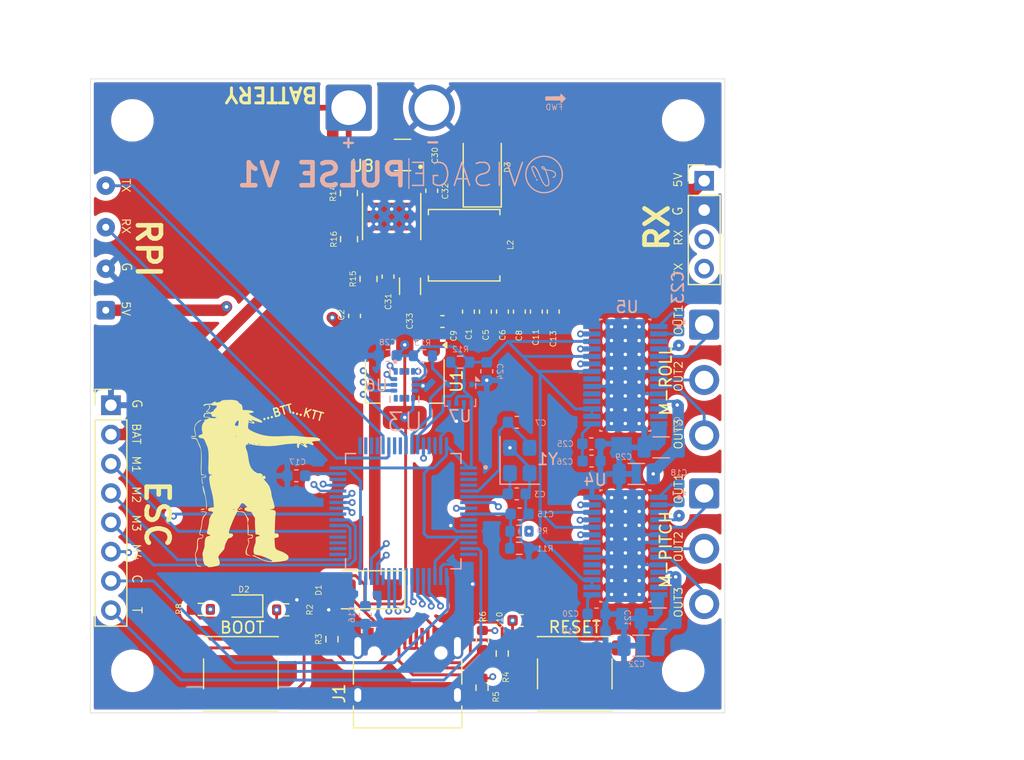
<source format=kicad_pcb>
(kicad_pcb (version 20241229) (generator "pcbnew") (generator_version "9.0")
  (layers (0 "F.Cu" signal) (4 "In1.Cu" signal) (6 "In2.Cu" signal) (2 "B.Cu" signal) (13 "F.Paste" user) (15 "B.Paste" user) (5 "F.SilkS" user "F.Silkscreen") (7 "B.SilkS" user "B.Silkscreen") (1 "F.Mask" user) (3 "B.Mask" user) (25 "Edge.Cuts" user))
  (net 0 "")
  (net 1 "VDD")
  (net 2 "GND")
  (net 3 "/+5V")
  (net 4 "/PH-1")
  (net 5 "/PH-0")
  (net 6 "/RESET")
  (net 7 "Net-(C10-Pad1)")
  (net 8 "/2V_FUNNEL")
  (net 9 "/VCAP-1")
  (net 10 "/VCAP-2")
  (net 11 "Net-(U4-CPH)")
  (net 12 "Net-(U4-CPL)")
  (net 13 "Net-(U4-V3P3)")
  (net 14 "VM")
  (net 15 "Net-(U5-CPH)")
  (net 16 "Net-(U5-CPL)")
  (net 17 "Net-(U5-V3P3)")
  (net 18 "Net-(U8-SS)")
  (net 19 "Net-(U8-SW)")
  (net 20 "Net-(U8-BOOT)")
  (net 21 "Net-(D1-A)")
  (net 22 "Net-(D2-A)")
  (net 23 "Net-(J1-D--PadA7)")
  (net 24 "Net-(J1-D+-PadA6)")
  (net 25 "Net-(J1-CC1)")
  (net 26 "Net-(J1-CC2)")
  (net 27 "/UART3-TX")
  (net 28 "/UART3-RX")
  (net 29 "Net-(J4-Pin_2)")
  (net 30 "Net-(J4-Pin_1)")
  (net 31 "Net-(J4-Pin_3)")
  (net 32 "/TIM8-CH4")
  (net 33 "/TIM8-CH2")
  (net 34 "/UART4-RX")
  (net 35 "/TIM8-CH1")
  (net 36 "/TIM8-CH3")
  (net 37 "/ADC-CURRENT")
  (net 38 "Net-(J6-Pin_1)")
  (net 39 "Net-(J6-Pin_2)")
  (net 40 "Net-(J6-Pin_3)")
  (net 41 "/UART5-TX")
  (net 42 "/UART5-RX")
  (net 43 "/BOOT")
  (net 44 "/USB_D-")
  (net 45 "/USB_D+")
  (net 46 "/LED")
  (net 47 "/I2C1-SDA")
  (net 48 "/I2C1-SCL")
  (net 49 "Net-(U8-RT{slash}SYNC)")
  (net 50 "Net-(U8-FB)")
  (net 56 "/TIM1-CH1")
  (net 57 "/GYRO-INT")
  (net 58 "/GYRO-CS")
  (net 66 "/SPI1-MOSI")
  (net 69 "/TIM3-CH4")
  (net 74 "/SPI1-MISO")
  (net 75 "/TIM3-CH2")
  (net 76 "/TIM1-CH2")
  (net 79 "/SPI1-SCK")
  (net 81 "/TIM1-CH3")
  (net 82 "/TIM3-CH3")
  (footprint "Capacitor_SMD:C_0603_1608Metric" (layer "F.Cu") (at 103.51 87.44 -90)
    (property "Reference" "C2")
    (property "Value" "10uF")
  )
  (footprint "MountingHole:MountingHole_3.2mm_M3" (layer "F.Cu") (at 84.25 118.23)
    (property "Reference" "H3" (hide yes))
    (property "Value" "MountingHole")
  )
  (footprint "Connector_Wire:SolderWire-2.5sqmm_1x02_P7.2mm_D2.4mm_OD3.6mm" (layer "F.Cu") (at 103 69.38)
    (property "Reference" "J2" (hide yes))
    (property "Value" "BATTERY")
  )
  (footprint "Capacitor_SMD:C_0603_1608Metric" (layer "F.Cu") (at 110.2 76.585 -90)
    (property "Reference" "C32")
    (property "Value" "0.1uF")
  )
  (footprint "MountingHole:MountingHole_3.2mm_M3" (layer "F.Cu") (at 84.25 70.48)
    (property "Reference" "H1" (hide yes))
    (property "Value" "MountingHole")
  )
  (footprint "LMR14030SDDAR:SOIC127P600X170-9N" (layer "F.Cu") (at 106.725 78.825 -90)
    (property "Reference" "U8")
    (property "Value" "LMR14030SDDAR")
  )
  (footprint "MountingHole:MountingHole_3.2mm_M3" (layer "F.Cu") (at 132 70.48)
    (property "Reference" "H2" (hide yes))
    (property "Value" "MountingHole")
  )
  (footprint "Resistor_SMD:R_0603_1608Metric" (layer "F.Cu") (at 116.31 116.73 90)
    (property "Reference" "R4")
    (property "Value" "5.1kR")
  )
  (footprint "Capacitor_SMD:C_0603_1608Metric" (layer "F.Cu") (at 119.27 87.07 -90)
    (property "Reference" "C11")
    (property "Value" "100nF")
  )
  (footprint "Capacitor_SMD:C_0603_1608Metric" (layer "F.Cu") (at 117.8 87.07 -90)
    (property "Reference" "C8")
    (property "Value" "100nF")
  )
  (footprint "Resistor_SMD:R_0805_2012Metric" (layer "F.Cu") (at 103.02 76.79 90)
    (property "Reference" "R14")
    (property "Value" "49.9kR")
  )
  (footprint "Capacitor_SMD:C_0603_1608Metric" (layer "F.Cu") (at 117.98 113.86 180)
    (property "Reference" "C10")
    (property "Value" "100nF")
  )
  (footprint "Button_Switch_SMD:SW_SPST_PTS645Sx43SMTR92" (layer "F.Cu") (at 122.6 118.49)
    (property "Reference" "RESET")
    (property "Value" "RESET")
  )
  (footprint "Package_TO_SOT_SMD:SOT-223-3_TabPin2" (layer "F.Cu") (at 107.8625 93.1 -90)
    (property "Reference" "U1")
    (property "Value" "AMS1117-3.3")
  )
  (footprint "Resistor_SMD:R_0603_1608Metric" (layer "F.Cu") (at 90.185 112.9)
    (property "Reference" "R8")
    (property "Value" "1kR")
  )
  (footprint "Capacitor_SMD:C_0603_1608Metric" (layer "F.Cu") (at 113.38 87.07 -90)
    (property "Reference" "C1")
    (property "Value" "100nF")
  )
  (footprint "Resistor_SMD:R_0603_1608Metric" (layer "F.Cu") (at 101.55 115.485 90)
    (property "Reference" "R3")
    (property "Value" "5.1kR")
  )
  (footprint "Connector_PinHeader_2.54mm:PinHeader_1x08_P2.54mm_Vertical" (layer "F.Cu") (at 82.39 95.19)
    (property "Reference" "J5" (hide yes))
    (property "Value" "J_ESC")
  )
  (footprint "Connector_Wire:SolderWire-0.75sqmm_1x03_P4.8mm_D1.25mm_OD2.3mm" (layer "F.Cu") (at 133.82 88.2 -90)
    (property "Reference" "M-ROLL")
    (property "Value" "J_GIMBAL_ROLL")
  )
  (footprint "Connector_PinHeader_2.54mm:PinHeader_1x04_P2.54mm_Vertical" (layer "F.Cu") (at 133.82 75.72)
    (property "Reference" "J3" (hide yes))
    (property "Value" "J_RX")
  )
  (footprint "Resistor_SMD:R_0805_2012Metric" (layer "F.Cu") (at 104.72 84.23 -90)
    (property "Reference" "R15")
    (property "Value" "56kR")
  )
  (footprint "Button_Switch_SMD:SW_SPST_PTS645Sx43SMTR92" (layer "F.Cu") (at 93.65 118.49 180)
    (property "Reference" "BOOT")
    (property "Value" "BOOT")
  )
  (footprint "Resistor_SMD:R_0603_1608Metric" (layer "F.Cu") (at 114.56 119.695 90)
    (property "Reference" "R5")
    (property "Value" "22R")
  )
  (footprint "Diode_SMD:D_SMA" (layer "F.Cu") (at 114.58 74.48 90)
    (property "Reference" "D3")
    (property "Value" "SS34")
  )
  (footprint "Capacitor_SMD:C_1210_3225Metric" (layer "F.Cu") (at 107.67 73.48 180)
    (property "Reference" "C30")
    (property "Value" "4.7uF")
  )
  (footprint "Diode_SMD:D_SMA" (layer "F.Cu") (at 104.36 111.2 180)
    (property "Reference" "D1")
    (property "Value" "SS34")
  )
  (footprint "Capacitor_SMD:C_0603_1608Metric" (layer "F.Cu") (at 106.41 84.03 90)
    (property "Reference" "C31")
    (property "Value" "0.01uF")
  )
  (footprint "LOGO" (layer "F.Cu") (at 93.4 102.06)
    (property "Reference" "G***")
    (property "Value" "LOGO" (hide yes))
  )
  (footprint "Connector_Wire:SolderWire-0.75sqmm_1x03_P4.8mm_D1.25mm_OD2.3mm" (layer "F.Cu") (at 133.82 102.84 -90)
    (property "Reference" "M-PITCH")
    (property "Value" "J_GIMBAL_PITCH")
  )
  (footprint "Capacitor_SMD:C_0603_1608Metric" (layer "F.Cu") (at 116.33 87.07 -90)
    (property "Reference" "C6")
    (property "Value" "100nF")
  )
  (footprint "MountingHole:MountingHole_3.2mm_M3" (layer "F.Cu") (at 132 118.23)
    (property "Reference" "H4" (hide yes))
    (property "Value" "MountingHole")
  )
  (footprint "Capacitor_SMD:C_1206_3216Metric" (layer "F.Cu") (at 108.32 84.87 -90)
    (property "Reference" "C33")
    (property "Value" "22uF")
  )
  (footprint "Resistor_SMD:R_0603_1608Metric" (layer "F.Cu") (at 97.58 112.94)
    (property "Reference" "R2")
    (property "Value" "10kR")
  )
  (footprint "LED_SMD:LED_0805_2012Metric" (layer "F.Cu") (at 93.87 112.61 180)
    (property "Reference" "D2")
    (property "Value" "LED")
  )
  (footprint "Inductor_SMD:L_Bourns_SRN6045TA" (layer "F.Cu") (at 113.01 81.31)
    (property "Reference" "L2")
    (property "Value" "15uH")
  )
  (footprint "Capacitor_SMD:C_0603_1608Metric" (layer "F.Cu") (at 120.73 87.07 -90)
    (property "Reference" "C13")
    (property "Value" "4.7uF")
  )
  (footprint "Capacitor_SMD:C_0603_1608Metric" (layer "F.Cu") (at 111.13 87.93 180)
    (property "Reference" "C9")
    (property "Value" "10uF")
  )
  (footprint "Resistor_SMD:R_0603_1608Metric" (layer "F.Cu") (at 114.59 115.555 -90)
    (property "Reference" "R6")
    (property "Value" "22R")
  )
  (footprint "Connector_Wire:SolderWire-0.1sqmm_1x04_P3.6mm_D0.4mm_OD1mm" (layer "F.Cu") (at 81.94 86.95 90)
    (property "Reference" "J7" (hide yes))
    (property "Value" "J_RPI")
  )
  (footprint "Connector_USB:USB_C_Receptacle_HRO_TYPE-C-31-M-12" (layer "F.Cu") (at 108.11 119.28)
    (property "Reference" "J1")
    (property "Value" "USB_C_Receptacle_USB2.0_14P")
  )
  (footprint "Capacitor_SMD:C_0603_1608Metric" (layer "F.Cu") (at 114.85 87.075 -90)
    (property "Reference" "C5")
    (property "Value" "100nF")
  )
  (footprint "Resistor_SMD:R_0805_2012Metric" (layer "F.Cu") (at 103.03 80.78 90)
    (property "Reference" "R16")
    (property "Value" "10kR")
  )
  (footprint "Resistor_SMD:R_0603_1608Metric" (layer "B.Cu") (at 117.805 106.12 180)
    (property "Reference" "R9")
    (property "Value" "10kR")
  )
  (footprint "Resistor_SMD:R_0603_1608Metric" (layer "B.Cu") (at 112.67 91.45 180)
    (property "Reference" "R12")
    (property "Value" "4.7kR")
  )
  (footprint "Capacitor_SMD:C_0603_1608Metric" (layer "B.Cu") (at 106.39 90.88)
    (property "Reference" "C28")
    (property "Value" "100nF")
  )
  (footprint "Capacitor_SMD:C_0603_1608Metric" (layer "B.Cu") (at 124.03 98.535)
    (property "Reference" "C25")
    (property "Value" "10uF")
  )
  (footprint "Capacitor_SMD:C_0603_1608Metric" (layer "B.Cu") (at 114.97 92.25 90)
    (property "Reference" "C24")
    (property "Value" "100nF")
  )
  (footprint "ICM-42688-P:PQFN50P300X250X97-14N" (layer "B.Cu") (at 107.83 93.42 -90)
    (property "Reference" "U6")
    (property "Value" "ICM-42688-P")
  )
  (footprint "Capacitor_SMD:C_1206_3216Metric" (layer "B.Cu") (at 127.93 101.15)
    (property "Reference" "C29")
    (property "Value" "10uF")
  )
  (footprint "Capacitor_SMD:C_1206_3216Metric" (layer "B.Cu") (at 129.82 113.69)
    (property "Reference" "C21")
    (property "Value" "100nF")
  )
  (footprint "DRV8313PWP:SOP65P640X120-29N" (layer "B.Cu") (at 126.98 92.58 180)
    (property "Reference" "U5")
    (property "Value" "DRV8313PWP")
  )
  (footprint "Capacitor_SMD:C_0603_1608Metric" (layer "B.Cu") (at 98.46 101.31 180)
    (property "Reference" "C17")
    (property "Value" "2.2uF")
  )
  (footprint "Crystal:Crystal_SMD_3225-4Pin_3.2x2.5mm" (layer "B.Cu") (at 117.83 99.98 90)
    (property "Reference" "Y1")
    (property "Value" "8MHz")
  )
  (footprint "Capacitor_SMD:C_0603_1608Metric" (layer "B.Cu") (at 117.82 104.62 180)
    (property "Reference" "C15")
    (property "Value" "100nF")
  )
  (footprint "LOGO" (layer "B.Cu") (at 120.205834 75.34925 180)
    (property "Reference" "G***" (hide yes))
    (property "Value" "LOGO" (hide yes))
  )
  (footprint "Capacitor_SMD:C_0603_1608Metric" (layer "B.Cu") (at 104.45 113.395 -90)
    (property "Reference" "C16")
    (property "Value" "2.2uF")
  )
  (footprint "Capacitor_SMD:C_1206_3216Metric" (layer "B.Cu") (at 128.34 116.05)
    (property "Reference" "C22")
    (property "Value" "10uF")
  )
  (footprint "Capacitor_SMD:C_0603_1608Metric" (layer "B.Cu") (at 124.05 100.035 180)
    (property "Reference" "C26")
    (property "Value" "100nF")
  )
  (footprint "Capacitor_SMD:C_0603_1608Metric" (layer "B.Cu") (at 117.57 102.88)
    (property "Reference" "C3")
    (property "Value" "22pF")
  )
  (footprint "Resistor_SMD:R_0603_1608Metric" (layer "B.Cu") (at 109.435 90.9)
    (property "Reference" "R13")
    (property "Value" "4.7kR")
  )
  (footprint "Capacitor_SMD:C_0603_1608Metric" (layer "B.Cu") (at 131.64 102.82 -90)
    (property "Reference" "C18")
    (property "Value" "100nF")
  )
  (footprint "Capacitor_SMD:C_0603_1608Metric" (layer "B.Cu") (at 131.62 87.985 -90)
    (property "Reference" "C23")
    (property "Value" "100nF")
  )
  (footprint "Capacitor_SMD:C_0603_1608Metric" (layer "B.Cu") (at 117.58 96.67)
    (property "Reference" "C7")
    (property "Value" "22pF")
  )
  (footprint "DRV8313PWP:SOP65P640X120-29N" (layer "B.Cu") (at 126.99 107.405 180)
    (property "Reference" "U4")
    (property "Value" "DRV8313PWP")
  )
  (footprint "Capacitor_SMD:C_0603_1608Metric" (layer "B.Cu") (at 124.495 114.8 180)
    (property "Reference" "C20")
    (property "Value" "100nF")
  )
  (footprint "Capacitor_SMD:C_1206_3216Metric" (layer "B.Cu") (at 130.09 98.845)
    (property "Reference" "C27")
    (property "Value" "100nF")
  )
  (footprint "STM32F405RGT6:QFP50P1200X1200X160-64N" (layer "B.Cu") (at 107.73 104.38 180)
    (property "Reference" "U3")
    (property "Value" "STM32F405RGT6")
  )
  (footprint "Resistor_SMD:R_0603_1608Metric" (layer "B.Cu") (at 117.78 107.6)
    (property "Reference" "R11")
    (property "Value" "1kR")
  )
  (footprint "Package_LGA:Bosch_LGA-8_2x2.5mm_P0.65mm_ClockwisePinNumbering" (layer "B.Cu") (at 112.66 94.1925 180)
    (property "Reference" "U7")
    (property "Value" "BMP280")
  )
  (footprint "Capacitor_SMD:C_0603_1608Metric" (layer "B.Cu") (at 124.485 113.3)
    (property "Reference" "C19")
    (property "Value" "10uF")
  )
  (gr_line (start 108.22 74.81) (end 108.22 73.8) (stroke (width 0.1)) (layer "B.SilkS"))
  (gr_line (start 108.22 74.81) (end 108.22 76.39) (stroke (width 0.1)) (layer "B.SilkS"))
  (gr_poly (pts (xy 120.09 68.45) (xy 121.4 68.43) (xy 121.4 68.22) (xy 121.78 68.59) (xy 121.42 68.93) (xy 121.41 68.71) (xy 120.09 68.71) (xy 120.09 68.45)) (stroke (width 0.1)) (fill yes) (layer "B.SilkS"))
  (gr_rect (start 80.61 66.88) (end 135.61 121.88) (stroke (width 0.05)) (fill no) (layer "Edge.Cuts"))
  (gr_text "C" (at 84.18 109.79 270) (layer "F.SilkS") (effects (font (size 0.8 0.8) (thickness 0.1)) (justify left bottom)))
  (gr_text "...BTT" (at 95.484931 96.574484 15) (layer "F.SilkS") (effects (font (size 0.7 0.7) (thickness 0.125)) (justify left bottom)))
  (gr_text "5V" (at 83.28 86.12 270) (layer "F.SilkS") (effects (font (size 0.7 0.7) (thickness 0.0875)) (justify left bottom)))
  (gr_text "OUT1" (at 132 103.81 90) (layer "F.SilkS") (effects (font (size 0.7 0.7) (thickness 0.0875)) (justify left bottom)))
  (gr_text "BATTERY" (at 100.44 67.49 180) (layer "F.SilkS") (effects (font (size 1.3 1.3) (thickness 0.26) (bold yes)) (justify left bottom)))
  (gr_text "M4" (at 84.18 107.15 270) (layer "F.SilkS") (effects (font (size 0.7 0.7) (thickness 0.0875)) (justify left bottom)))
  (gr_text "G" (at 132 78.82 90) (layer "F.SilkS") (effects (font (size 0.8 0.8) (thickness 0.1)) (justify left bottom)))
  (gr_text "T" (at 84.18 112.6 270) (layer "F.SilkS") (effects (font (size 0.8 0.8) (thickness 0.1)) (justify left bottom)))
  (gr_text "M3" (at 84.18 104.62 270) (layer "F.SilkS") (effects (font (size 0.7 0.7) (thickness 0.0875)) (justify left bottom)))
  (gr_text "OUT1" (at 132 89.18 90) (layer "F.SilkS") (effects (font (size 0.7 0.7) (thickness 0.0875)) (justify left bottom)))
  (gr_text "   ...KTT" (at 96.38 95.49 345) (layer "F.SilkS") (effects (font (size 0.7 0.7) (thickness 0.125)) (justify left bottom)))
  (gr_text "ESC" (at 85.22 101.52 270) (layer "F.SilkS") (effects (font (size 2 2) (thickness 0.4) (bold yes)) (justify left bottom)))
  (gr_text "G" (at 83.28 82.72 270) (layer "F.SilkS") (effects (font (size 0.8 0.8) (thickness 0.1)) (justify left bottom)))
  (gr_text "5V" (at 131.96 76.34 90) (layer "F.SilkS") (effects (font (size 0.7 0.7) (thickness 0.0875)) (justify left bottom)))
  (gr_text "OUT2" (at 132 108.85 90) (layer "F.SilkS") (effects (font (size 0.7 0.7) (thickness 0.0875)) (justify left bottom)))
  (gr_text "TX" (at 132 84.09 90) (layer "F.SilkS") (effects (font (size 0.7 0.7) (thickness 0.0875)) (justify left bottom)))
  (gr_text "G" (at 84.18 94.59 270) (layer "F.SilkS") (effects (font (size 0.8 0.8) (thickness 0.1)) (justify left bottom)))
  (gr_text "RX" (at 132 81.4 90) (layer "F.SilkS") (effects (font (size 0.7 0.7) (thickness 0.0875)) (justify left bottom)))
  (gr_text "OUT3" (at 132 99.08 90) (layer "F.SilkS") (effects (font (size 0.7 0.7) (thickness 0.0875)) (justify left bottom)))
  (gr_text "RPI" (at 84.46 78.84 270) (layer "F.SilkS") (effects (font (size 2 2) (thickness 0.4) (bold yes)) (justify left bottom)))
  (gr_text "BAT" (at 84.18 96.7 270) (layer "F.SilkS") (effects (font (size 0.7 0.7) (thickness 0.0875)) (justify left bottom)))
  (gr_text "OUT2" (at 132 94.07 90) (layer "F.SilkS") (effects (font (size 0.7 0.7) (thickness 0.0875)) (justify left bottom)))
  (gr_text "TX" (at 83.28 75.47 270) (layer "F.SilkS") (effects (font (size 0.7 0.7) (thickness 0.0875)) (justify left bottom)))
  (gr_text "M2" (at 84.18 102.16 270) (layer "F.SilkS") (effects (font (size 0.7 0.7) (thickness 0.0875)) (justify left bottom)))
  (gr_text "M1" (at 84.18 99.52 270) (layer "F.SilkS") (effects (font (size 0.7 0.7) (thickness 0.0875)) (justify left bottom)))
  (gr_text "RX" (at 130.91 82 90) (layer "F.SilkS") (effects (font (size 2 2) (thickness 0.4) (bold yes)) (justify left bottom)))
  (gr_text "RX" (at 83.28 78.9 270) (layer "F.SilkS") (effects (font (size 0.7 0.7) (thickness 0.0875)) (justify left bottom)))
  (gr_text "OUT3" (at 132 113.68 90) (layer "F.SilkS") (effects (font (size 0.7 0.7) (thickness 0.0875)) (justify left bottom)))
  (gr_text "FWD" (at 121.6 69.63 0) (layer "B.SilkS") (effects (font (size 0.5 0.5) (thickness 0.0625)) (justify left bottom mirror)))
  (gr_text "-" (at 111.04 72.9 0) (layer "B.SilkS") (effects (font (size 1 1) (thickness 0.2) (bold yes)) (justify left bottom mirror)))
  (gr_text "+" (at 103.73 72.95 0) (layer "B.SilkS") (effects (font (size 1 1) (thickness 0.2) (bold yes)) (justify left bottom mirror)))
  (gr_text "PULSE V1" (at 108.22 76.37 0) (layer "B.SilkS") (effects (font (size 2 2) (thickness 0.4) (bold yes)) (justify left bottom mirror)))
  (gr_text "VISAGE" (at 118.328748 76.37 0) (layer "B.SilkS") (effects (font (size 2 2) (thickness 0.125)) (justify left bottom mirror)))
  (segment (start 109.8825 87.93) (end 110.355 87.93) (width 0.25) (layer "F.Cu") (net 1))
  (segment (start 107.8625 92.29) (end 107.8625 96.25) (width 0.25) (layer "F.Cu") (net 1))
  (segment (start 103.605514 109.974) (end 101.114486 109.974) (width 0.25) (layer "F.Cu") (net 1))
  (segment (start 107.8625 89.95) (end 107.8625 92.29) (width 0.25) (layer "F.Cu") (net 1))
  (segment (start 99.131 119.239) (end 97.63 120.74) (width 0.25) (layer "F.Cu") (net 1))
  (segment (start 107.605514 112.426) (end 104.392 112.426) (width 0.25) (layer "F.Cu") (net 1))
  (segment (start 89.67 120.74) (end 97.63 120.74) (width 0.25) (layer "F.Cu") (net 1))
  (segment (start 104.392 110.760486) (end 103.605514 109.974) (width 0.25) (layer "F.Cu") (net 1))
  (segment (start 104.392 112.426) (end 104.392 110.760486) (width 0.25) (layer "F.Cu") (net 1))
  (segment (start 113.38 86.295) (end 111.99 86.295) (width 0.25) (layer "F.Cu") (net 1))
  (segment (start 99.131 111.957486) (end 99.131 119.239) (width 0.25) (layer "F.Cu") (net 1))
  (segment (start 107.8625 96.25) (end 107.936 96.3235) (width 0.25) (layer "F.Cu") (net 1))
  (segment (start 120.73 86.295) (end 113.38 86.295) (width 0.25) (layer "F.Cu") (net 1))
  (segment (start 107.936 96.3235) (end 107.936 112.095514) (width 0.25) (layer "F.Cu") (net 1))
  (segment (start 101.114486 109.974) (end 99.131 111.957486) (width 0.25) (layer "F.Cu") (net 1))
  (segment (start 111.99 86.295) (end 110.355 87.93) (width 0.25) (layer "F.Cu") (net 1))
  (segment (start 107.936 112.095514) (end 107.605514 112.426) (width 0.25) (layer "F.Cu") (net 1))
  (segment (start 107.8625 89.95) (end 109.8825 87.93) (width 0.25) (layer "F.Cu") (net 1))
  (via (at 107.8625 96.25) (size 0.8) (drill 0.3) (layers "F.Cu" "B.Cu") (net 1))
  (via (at 107.8625 89.95) (size 0.8) (drill 0.3) (layers "F.Cu" "B.Cu") (net 1))
  (segment (start 112.484 94.4165) (end 113.486 94.4165) (width 0.25) (layer "B.Cu") (net 1))
  (segment (start 110.48 108.733498) (end 110.48 110.05) (width 0.25) (layer "B.Cu") (net 1))
  (segment (start 112.985 93.9155) (end 113.486 94.4165) (width 0.25) (layer "B.Cu") (net 1))
  (segment (start 112.583498 106.63) (end 110.48 108.733498) (width 0.25) (layer "B.Cu") (net 1))
  (segment (start 108.745 92.92) (end 109.213874 92.92) (width 0.25) (layer "B.Cu") (net 1))
  (segment (start 110.376502 100.63) (end 111.48 99.526502) (width 0.25) (layer "B.Cu") (net 1))
  (segment (start 112.985 91.96) (end 112.985 93.3925) (width 0.25) (layer "B.Cu") (net 1))
  (segment (start 123.3 110.33) (end 119.606 106.636) (width 0.25) (layer "B.Cu") (net 1))
  (segment (start 112.335 94.9925) (end 112.335 94.5655) (width 0.25) (layer "B.Cu") (net 1))
  (segment (start 122.64 95.505) (end 119.39 92.255) (width 0.25) (layer "B.Cu") (net 1))
  (segment (start 118.09 90.955) (end 116.79 89.655) (width 0.25) (layer "B.Cu") (net 1))
  (segment (start 119.606 92.281) (end 119.58 92.255) (width 0.25) (layer "B.Cu") (net 1))
  (segment (start 124.08 90.955) (end 118.09 90.955) (width 0.25) (layer "B.Cu") (net 1))
  (segment (start 109.54 106.34) (end 109.54 101.09) (width 0.25) (layer "B.Cu") (net 1))
  (segment (start 113.495 91.45) (end 112.985 91.96) (width 0.25) (layer "B.Cu") (net 1))
  (segment (start 113.495 91.45) (end 114.945 91.45) (width 0.25) (layer "B.Cu") (net 1))
  (segment (start 108.61 90.9) (end 109.411 90.099) (width 0.25) (layer "B.Cu") (net 1))
  (segment (start 119.606 106.636) (end 119.606 104.436) (width 0.25) (layer "B.Cu") (net 1))
  (segment (start 120.05 107.08) (end 119.606 106.636) (width 0.25) (layer "B.Cu") (net 1))
  (segment (start 103.98 108.802122) (end 104.023 108.759122) (width 0.25) (layer "B.Cu") (net 1))
  (segment (start 124.09 110.98) (end 124.09 110.33) (width 0.25) (layer "B.Cu") (net 1))
  (segment (start 114.945 91.45) (end 114.97 91.475) (width 0.25) (layer "B.Cu") (net 1))
  (segment (start 108.61 90.9) (end 107.185 90.9) (width 0.25) (layer "B.Cu") (net 1))
  (segment (start 109.62791 91.91791) (end 108.61 90.9) (width 0.25) (layer "B.Cu") (net 1))
  (segment (start 109.62791 92.505964) (end 109.62791 91.91791) (width 0.25) (layer "B.Cu") (net 1))
  (segment (start 124.08 95.505) (end 124.08 96.155) (width 0.25) (layer "B.Cu") (net 1))
  (segment (start 107.8625 89.95) (end 107.8625 90.1825) (width 0.25) (layer "B.Cu") (net 1))
  (segment (start 111.48 99.526502) (end 111.48 98.71) (width 0.25) (layer "B.Cu") (net 1))
  (segment (start 107.8625 90.1825) (end 107.165 90.88) (width 0.25) (layer "B.Cu") (net 1))
  (segment (start 119.58 92.255) (end 119.39 92.255) (width 0.25) (layer "B.Cu") (net 1))
  (segment (start 104.023 101.776498) (end 102.876502 100.63) (width 0.25) (layer "B.Cu") (net 1))
  (segment (start 113.486 94.4165) (end 113.635 94.5655) (width 0.25) (layer "B.Cu") (net 1))
  (segment (start 120.95 105.78) (end 119.606 104.436) (width 0.25) (layer "B.Cu") (net 1))
  (segment (start 124.09 107.08) (end 120.05 107.08) (width 0.25) (layer "B.Cu") (net 1))
  (segment (start 124.09 104.48) (end 119.65 104.48) (width 0.25) (layer "B.Cu") (net 1))
  (segment (start 124.08 95.505) (end 122.64 95.505) (width 0.25) (layer "B.Cu") (net 1))
  (segment (start 109.411 90.099) (end 112.144 90.099) (width 0.25) (layer "B.Cu") (net 1))
  (segment (start 119.606 100.75692) (end 119.606 92.281) (width 0.25) (layer "B.Cu") (net 1))
  (segment (start 102.06 100.63) (end 110 100.63) (width 0.25) (layer "B.Cu") (net 1))
  (segment (start 109.83 106.63) (end 109.54 106.34) (width 0.25) (layer "B.Cu") (net 1))
  (segment (start 124.08 92.255) (end 119.58 92.255) (width 0.25) (layer "B.Cu") (net 1))
  (segment (start 113.635 100.395) (end 113.4 100.63) (width 0.25) (layer "B.Cu") (net 1))
  (segment (start 116.79 89.655) (end 114.97 91.475) (width 0.25) (layer "B.Cu") (net 1))
  (segment (start 111.48 98.71) (end 113.4 100.63) (width 0.25) (layer "B.Cu") (net 1))
  (segment (start 109.54 101.09) (end 110 100.63) (width 0.25) (layer "B.Cu") (net 1))
  (segment (start 108.58 95.5325) (end 107.8625 96.25) (width 0.25) (layer "B.Cu") (net 1))
  (segment (start 107.185 90.9) (end 107.165 90.88) (width 0.25) (layer "B.Cu") (net 1))
  (segment (start 113.4 106.63) (end 109.83 106.63) (width 0.25) (layer "B.Cu") (net 1))
  (segment (start 119.39 92.255) (end 118.09 90.955) (width 0.25) (layer "B.Cu") (net 1))
  (segment (start 109.213874 92.92) (end 109.62791 92.505964) (width 0.25) (layer "B.Cu") (net 1))
  (segment (start 102.876502 100.63) (end 102.06 100.63) (width 0.25) (layer "B.Cu") (net 1))
  (segment (start 113.635 94.5655) (end 113.635 94.9925) (width 0.25) (layer "B.Cu") (net 1))
  (segment (start 119.65 104.48) (end 119.606 104.436) (width 0.25) (layer "B.Cu") (net 1))
  (segment (start 113.635 94.9925) (end 113.635 100.395) (width 0.25) (layer "B.Cu") (net 1))
  (segment (start 112.985 93.3925) (end 112.985 93.9155) (width 0.25) (layer "B.Cu") (net 1))
  (segment (start 112.335 94.5655) (end 112.484 94.4165) (width 0.25) (layer "B.Cu") (net 1))
  (segment (start 110 100.63) (end 110.376502 100.63) (width 0.25) (layer "B.Cu") (net 1))
  (segment (start 124.09 105.78) (end 120.95 105.78) (width 0.25) (layer "B.Cu") (net 1))
  (segment (start 103.98 110.05) (end 103.98 108.802122) (width 0.25) (layer "B.Cu") (net 1))
  (segment (start 119.606 104.436) (end 119.606 100.75692) (width 0.25) (layer "B.Cu") (net 1))
  (segment (start 113.4 106.63) (end 112.583498 106.63) (width 0.25) (layer "B.Cu") (net 1))
  (segment (start 108.58 94.585) (end 108.58 95.5325) (width 0.25) (layer "B.Cu") (net 1))
  (segment (start 112.144 90.099) (end 113.495 91.45) (width 0.25) (layer "B.Cu") (net 1))
  (segment (start 104.023 108.759122) (end 104.023 101.776498) (width 0.25) (layer "B.Cu") (net 1))
  (segment (start 124.09 110.33) (end 123.3 110.33) (width 0.25) (layer "B.Cu") (net 1))
  (segment (start 124.08 89.655) (end 116.79 89.655) (width 0.25) (layer "B.Cu") (net 1))
  (segment (start 107.36 81.3) (end 107.36 79.46) (width 0.25) (layer "F.Cu") (net 2))
  (segment (start 103.03 79.8675) (end 105.6825 79.8675) (width 0.25) (layer "F.Cu") (net 2))
  (segment (start 114.026 114.004) (end 112.43 115.6) (width 0.25) (layer "F.Cu") (net 2))
  (segment (start 112.43 115.6) (end 112.43 116.15) (width 0.25) (layer "F.Cu") (net 2))
  (segment (start 106.41 84.805) (end 106.91 84.805) (width 0.25) (layer "F.Cu") (net 2))
  (segment (start 105.6825 79.8675) (end 106.725 78.825) (width 0.25) (layer "F.Cu") (net 2))
  (segment (start 116.31 115.905) (end 116.31 114.494702) (width 0.25) (layer "F.Cu") (net 2))
  (segment (start 102.004 80.8935) (end 102.004 85.159) (width 0.25) (layer "F.Cu") (net 2))
  (segment (start 103.03 79.8675) (end 102.004 80.8935) (width 0.25) (layer "F.Cu") (net 2))
  (segment (start 115.819298 114.004) (end 114.026 114.004) (width 0.25) (layer "F.Cu") (net 2))
  (segment (start 98.405 112.94) (end 98.405 112.173884) (width 0.25) (layer "F.Cu") (net 2))
  (segment (start 98.405 112.173884) (end 98.506001 112.072883) (width 0.25) (layer "F.Cu") (net 2))
  (segment (start 104.1425 78.825) (end 106.725 78.825) (width 1) (layer "F.Cu") (net 2))
  (segment (start 106.91 84.805) (end 108.32 83.395) (width 0.25) (layer "F.Cu") (net 2))
  (segment (start 108.32 83.395) (end 107.36 82.435) (width 0.25) (layer "F.Cu") (net 2))
  (segment (start 103.02 77.7025) (end 104.1425 78.825) (width 1) (layer "F.Cu") (net 2))
  (segment (start 116.31 114.494702) (end 115.819298 114.004) (width 0.25) (layer "F.Cu") (net 2))
  (segment (start 107.36 82.435) (end 107.36 81.3) (width 0.25) (layer "F.Cu") (net 2))
  (segment (start 102.004 85.159) (end 103.51 86.665) (width 0.25) (layer "F.Cu") (net 2))
  (segment (start 107.36 79.46) (end 106.725 78.825) (width 0.25) (layer "F.Cu") (net 2))
  (via (at 116.98 98.88) (size 0.6) (drill 0.3) (layers "F.Cu" "B.Cu") (net 2))
  (via (at 101.27 112.941) (size 0.6) (drill 0.3) (layers "F.Cu" "B.Cu") (net 2))
  (via (at 112.339205 96.581346) (size 0.6) (drill 0.3) (layers "F.Cu" "B.Cu") (net 2))
  (via (at 113.745838 110.705838) (size 0.6) (drill 0.3) (layers "F.Cu" "B.Cu") (net 2))
  (via (at 109.438958 93.503064) (size 0.6) (drill 0.3) (layers "F.Cu" "B.Cu") (net 2))
  (via (at 98.506001 112.072883) (size 0.6) (drill 0.3) (layers "F.Cu" "B.Cu") (net 2))
  (via (at 114.97 93.025) (size 0.6) (drill 0.3) (layers "F.Cu" "B.Cu") (net 2))
  (via (at 111.85 105.63) (size 0.6) (drill 0.3) (layers "F.Cu" "B.Cu") (net 2))
  (segment (start 110.98 97.893498) (end 110.98 98.71) (width 0.25) (layer "B.Cu") (net 2))
  (segment (start 112.029 108.989) (end 113.745838 110.705838) (width 0.25) (layer "B.Cu") (net 2))
  (segment (start 118.68 102.545) (end 118.345 102.88) (width 0.25) (layer "B.Cu") (net 2))
  (segment (start 129.88 92.255) (end 128.455 92.255) (width 0.25) (layer "B.Cu") (net 2))
  (segment (start 112.35 106.13) (end 111.85 105.63) (width 0.25) (layer "B.Cu") (net 2))
  (segment (start 112.59 96.330551) (end 112.339205 96.581346) (width 0.25) (layer "B.Cu") (net 2))
  (segment (start 110.98 109.233498) (end 111.224498 108.989) (width 0.25) (layer "B.Cu") (net 2))
  (segment (start 128.605 94.205) (end 126.98 92.58) (width 0.25) (layer "B.Cu") (net 2))
  (segment (start 111.834 95.5685) (end 112.59 95.5685) (width 0.25) (layer "B.Cu") (net 2))
  (segment (start 98.506001 112.072883) (end 99.374118 112.941) (width 0.25) (layer "B.Cu") (net 2))
  (segment (start 124.09 108.38) (end 126.015 108.38) (width 0.25) (layer "B.Cu") (net 2))
  (segment (start 127.315 107.08) (end 126.99 107.405) (width 0.25) (layer "B.Cu") (net 2))
  (segment (start 129.88 91.605) (end 129.88 92.255) (width 0.25) (layer "B.Cu") (net 2))
  (segment (start 114.6025 93.3925) (end 114.97 93.025) (width 0.25) (layer "B.Cu") (net 2))
  (segment (start 126.99 105.31908) (end 126.99 107.405) (width 0.25) (layer "B.Cu") (net 2))
  (segment (start 111.224498 108.989) (end 112.029 108.989) (width 0.25) (layer "B.Cu") (net 2))
  (segment (start 129.88 94.205) (end 128.605 94.205) (width 0.25) (layer "B.Cu") (net 2))
  (segment (start 124.08 93.555) (end 126.005 93.555) (width 0.25) (layer "B.Cu") (net 2))
  (segment (start 129.89 107.08) (end 127.315 107.08) (width 0.25) (layer "B.Cu") (net 2))
  (segment (start 117.904 106.899) (end 117.904 105.311) (width 0.25) (layer "B.Cu") (net 2))
  (segment (start 112.909 95.5685) (end 112.985 95.4925) (width 0.25) (layer "B.Cu") (net 2))
  (segment (start 118.605 107.6) (end 117.904 106.899) (width 0.25) (layer "B.Cu") (net 2))
  (segment (start 126.015 108.38) (end 126.99 107.405) (width 0.25) (layer "B.Cu") (net 2))
  (segment (start 129.88 97.58) (end 129.88 97.081) (width 1) (layer "B.Cu") (net 2))
  (segment (start 113.4 106.13) (end 112.35 106.13) (width 0.25) (layer "B.Cu") (net 2))
  (segment (start 129.89 109.03) (end 128.365 109.03) (width 0.25) (layer "B.Cu") (net 2))
  (segment (start 111.834 97.039498) (end 110.98 97.893498) (width 0.25) (layer "B.Cu") (net 2))
  (segment (start 117.904 105.311) (end 118.595 104.62) (width 0.25) (layer "B.Cu") (net 2))
  (segment (start 127.965 106.43) (end 126.99 107.405) (width 0.25) (layer "B.Cu") (net 2))
  (segment (start 111.834 95.5685) (end 111.834 97.039498) (width 0.25) (layer "B.Cu") (net 2))
  (segment (start 113.635 93.3925) (end 114.6025 93.3925) (width 0.25) (layer "B.Cu") (net 2))
  (segment (start 116.98 98.88) (end 118.68 100.58) (width 0.25) (layer "B.Cu") (net 2))
  (segment (start 128.455 92.255) (end 128.18 91.98) (width 0.25) (layer "B.Cu") (net 2))
  (segment (start 118.345 102.88) (end 118.345 104.37) (width 0.25) (layer "B.Cu") (net 2))
  (segment (start 118.68 100.58) (end 118.68 101.08) (width 0.25) (layer "B.Cu") (net 2))
  (segment (start 99.374118 112.941) (end 101.27 112.941) (width 0.25) (layer "B.Cu") (net 2))
  (segment (start 124.85092 103.18) (end 126.99 105.31908) (width 0.25) (layer "B.Cu") (net 2))
  (segment (start 111.685 94.9925) (end 111.685 95.4195) (width 0.25) (layer "B.Cu") (net 2))
  (segment (start 128.615 98.845) (end 129.88 97.58) (width 1) (layer "B.Cu") (net 2))
  (segment (start 112.59 95.5685) (end 112.909 95.5685) (width 0.25) (layer "B.Cu") (net 2))
  (segment (start 128.365 109.03) (end 128.19 109.205) (width 0.25) (layer "B.Cu") (net 2))
  (segment (start 129.89 106.43) (end 127.965 106.43) (width 0.25) (layer "B.Cu") (net 2))
  (segment (start 118.68 101.08) (end 118.68 102.545) (width 0.25) (layer "B.Cu") (net 2))
  (segment (start 112.59 95.5685) (end 112.59 96.330551) (width 0.25) (layer "B.Cu") (net 2))
  (segment (start 109.355894 93.42) (end 109.438958 93.503064) (width 0.25) (layer "B.Cu") (net 2))
  (segment (start 118.345 104.37) (end 118.595 104.62) (width 0.25) (layer "B.Cu") (net 2))
  (segment (start 124.09 103.18) (end 124.85092 103.18) (width 0.25) (layer "B.Cu") (net 2))
  (segment (start 108.745 93.42) (end 109.355894 93.42) (width 0.25) (layer "B.Cu") (net 2))
  (segment (start 112.985 95.4925) (end 112.985 94.9925) (width 0.25) (layer "B.Cu") (net 2))
  (segment (start 111.685 95.4195) (end 111.834 95.5685) (width 0.25) (layer "B.Cu") (net 2))
  (segment (start 126.005 93.555) (end 126.98 92.58) (width 0.25) (layer "B.Cu") (net 2))
  (segment (start 110.98 110.05) (end 110.98 109.233498) (width 0.25) (layer "B.Cu") (net 2))
  (segment (start 103.51 88.215) (end 102.205 88.215) (width 1) (layer "F.Cu") (net 3))
  (segment (start 133.06 76.48) (end 133.82 75.72) (width 1) (layer "F.Cu") (net 3))
  (segment (start 81.94 86.95) (end 92.11 86.95) (width 1) (layer "F.Cu") (net 3))
  (segment (start 105.2615 110.1015) (end 105.2615 90.251) (width 1) (layer "F.Cu") (net 3))
  (segment (start 92.11 86.95) (end 92.41 86.65) (width 1) (layer "F.Cu") (net 3))
  (segment (start 105.2615 90.251) (end 105.5625 89.95) (width 1) (layer "F.Cu") (net 3))
  (segment (start 106.36 111.2) (end 105.2615 110.1015) (width 1) (layer "F.Cu") (net 3))
  (segment (start 114.58 76.48) (end 133.06 76.48) (width 1) (layer "F.Cu") (net 3))
  (segment (start 102.205 88.215) (end 101.58 87.59) (width 1) (layer "F.Cu") (net 3))
  (via (at 92.41 86.65) (size 0.8) (drill 0.3) (layers "F.Cu" "B.Cu") (net 3))
  (via (at 101.58 87.59) (size 0.6) (drill 0.3) (layers "F.Cu" "B.Cu") (net 3))
  (segment (start 116.98 102.695) (end 116.795 102.88) (width 0.25) (layer "B.Cu") (net 4))
  (segment (start 116.545 103.13) (end 113.4 103.13) (width 0.25) (layer "B.Cu") (net 4))
  (segment (start 116.98 101.08) (end 116.98 102.695) (width 0.25) (layer "B.Cu") (net 4))
  (segment (start 116.795 102.88) (end 116.545 103.13) (width 0.25) (layer "B.Cu") (net 4))
  (segment (start 116.054 97.421) (end 116.805 96.67) (width 0.25) (layer "B.Cu") (net 5))
  (segment (start 114.216502 102.63) (end 116.054 100.792502) (width 0.25) (layer "B.Cu") (net 5))
  (segment (start 116.805 96.67) (end 118.68 98.545) (width 0.25) (layer "B.Cu") (net 5))
  (segment (start 113.4 102.63) (end 114.216502 102.63) (width 0.25) (layer "B.Cu") (net 5))
  (segment (start 118.68 98.545) (end 118.68 98.88) (width 0.25) (layer "B.Cu") (net 5))
  (segment (start 116.054 100.792502) (end 116.054 97.421) (width 0.25) (layer "B.Cu") (net 5))
  (segment (start 117.205 119.325) (end 117.205 113.86) (width 0.25) (layer "F.Cu") (net 6))
  (segment (start 118.62 120.74) (end 126.58 120.74) (width 0.25) (layer "F.Cu") (net 6))
  (segment (start 118.62 120.74) (end 117.205 119.325) (width 0.25) (layer "F.Cu") (net 6))
  (via (at 115.978883 103.995) (size 0.6) (drill 0.3) (layers "F.Cu" "B.Cu") (net 6))
  (via (at 117.205 113.86) (size 0.6) (drill 0.3) (layers "F.Cu" "B.Cu") (net 6))
  (segment (start 113.4 103.63) (end 115.613883 103.63) (width 0.25) (layer "B.Cu") (net 6))
  (segment (start 115.613883 103.63) (end 115.978883 103.995) (width 0.25) (layer "B.Cu") (net 6))
  (segment (start 118.755 116.105) (end 118.62 116.24) (width 0.25) (layer "F.Cu") (net 7))
  (segment (start 118.62 116.24) (end 126.58 116.24) (width 0.25) (layer "F.Cu") (net 7))
  (segment (start 118.755 113.86) (end 118.755 116.105) (width 0.25) (layer "F.Cu") (net 7))
  (segment (start 113.41 104.62) (end 113.4 104.63) (width 0.25) (layer "B.Cu") (net 8))
  (segment (start 117.045 104.62) (end 113.41 104.62) (width 0.25) (layer "B.Cu") (net 8))
  (segment (start 117.045 104.62) (end 117.045 107.51) (width 0.25) (layer "B.Cu") (net 8))
  (segment (start 117.045 107.51) (end 116.955 107.6) (width 0.25) (layer "B.Cu") (net 8))
  (segment (start 104.45 112.62) (end 104.45 110.08) (width 0.25) (layer "B.Cu") (net 9))
  (segment (start 104.45 110.08) (end 104.48 110.05) (width 0.25) (layer "B.Cu") (net 9))
  (segment (start 99.415 101.13) (end 102.06 101.13) (width 0.25) (layer "B.Cu") (net 10))
  (segment (start 99.235 101.31) (end 99.415 101.13) (width 0.25) (layer "B.Cu") (net 10))
  (segment (start 131.64 103.595) (end 131.405 103.83) (width 0.25) (layer "B.Cu") (net 11))
  (segment (start 131.405 103.83) (end 129.89 103.83) (width 0.25) (layer "B.Cu") (net 11))
  (segment (start 131.025 102.045) (end 129.89 103.18) (width 0.25) (layer "B.Cu") (net 12))
  (segment (start 131.64 102.045) (end 131.025 102.045) (width 0.25) (layer "B.Cu") (net 12))
  (segment (start 123.71 112.01) (end 124.09 111.63) (width 0.25) (layer "B.Cu") (net 13))
  (segment (start 123.71 114.79) (end 123.72 114.8) (width 0.25) (layer "B.Cu") (net 13))
  (segment (start 123.71 113.3) (end 123.71 112.01) (width 0.25) (layer "B.Cu") (net 13))
  (segment (start 123.71 113.3) (end 123.71 114.79) (width 0.25) (layer "B.Cu") (net 13))
  (segment (start 101.619 79.703081) (end 101.619 70.761) (width 1) (layer "F.Cu") (net 14))
  (segment (start 83.592081 97.73) (end 101.619 79.703081) (width 1) (layer "F.Cu") (net 14))
  (segment (start 101.619 70.761) (end 103 69.38) (width 1) (layer "F.Cu") (net 14))
  (segment (start 82.39 97.73) (end 83.592081 97.73) (width 1) (layer "F.Cu") (net 14))
  (via (at 131.35 110.08) (size 0.8) (drill 0.3) (layers "F.Cu" "B.Cu") (net 14))
  (via (at 131.62 90) (size 0.8) (drill 0.3) (layers "F.Cu" "B.Cu") (net 14))
  (via (at 129.405 101.15) (size 0.8) (drill 0.3) (layers "F.Cu" "B.Cu") (net 14))
  (via (at 118.63 106.12) (size 0.8) (drill 0.3) (layers "F.Cu" "B.Cu") (net 14))
  (via (at 131.64 104.76) (size 0.8) (drill 0.3) (layers "F.Cu" "B.Cu") (net 14))
  (via (at 131.48 95.17) (size 0.8) (drill 0.3) (layers "F.Cu" "B.Cu") (net 14))
  (via (at 103 69.38) (size 0.8) (drill 0.3) (layers "F.Cu" "B.Cu") (net 14))
  (segment (start 129.815 115.17) (end 131.295 113.69) (width 1) (layer "B.Cu") (net 14))
  (segment (start 131.35 113.635) (end 131.35 110.08) (width 1) (layer "B.Cu") (net 14))
  (segment (start 129.405 101.005) (end 131.565 98.845) (width 1) (layer "B.Cu") (net 14))
  (segment (start 129.88 94.855) (end 131.165 94.855) (width 0.25) (layer "B.Cu") (net 14))
  (segment (start 129.405 101.15) (end 129.405 101.005) (width 1) (layer "B.Cu") (net 14))
  (segment (start 131.3 105.13) (end 131.64 104.79) (width 0.25) (layer "B.Cu") (net 14))
  (segment (start 131.64 104.79) (end 131.64 104.76) (width 1) (layer "B.Cu") (net 14))
  (segment (start 129.88 90.305) (end 131.305 90.305) (width 0.25) (layer "B.Cu") (net 14))
  (segment (start 129.89 105.13) (end 131.3 105.13) (width 0.25) (layer "B.Cu") (net 14))
  (segment (start 131.565 98.845) (end 131.565 95.255) (width 1) (layer "B.Cu") (net 14))
  (segment (start 131.305 90.305) (end 131.61 90) (width 0.25) (layer "B.Cu") (net 14))
  (segment (start 131.165 94.855) (end 131.48 95.17) (width 0.25) (layer "B.Cu") (net 14))
  (segment (start 130.95 109.68) (end 131.35 110.08) (width 0.25) (layer "B.Cu") (net 14))
  (segment (start 129.89 109.68) (end 130.95 109.68) (width 0.25) (layer "B.Cu") (net 14))
  (segment (start 129.815 116.05) (end 129.815 115.17) (width 1) (layer "B.Cu") (net 14))
  (segment (start 131.61 90) (end 131.62 90) (width 1) (layer "B.Cu") (net 14))
  (segment (start 131.565 95.255) (end 131.48 95.17) (width 1) (layer "B.Cu") (net 14))
  (segment (start 131.295 113.69) (end 131.35 113.635) (width 1) (layer "B.Cu") (net 14))
  (segment (start 131.375 89.005) (end 129.88 89.005) (width 0.25) (layer "B.Cu") (net 15))
  (segment (start 131.62 88.76) (end 131.375 89.005) (width 0.25) (layer "B.Cu") (net 15))
  (segment (start 131.62 87.21) (end 131.025 87.21) (width 0.25) (layer "B.Cu") (net 16))
  (segment (start 131.025 87.21) (end 129.88 88.355) (width 0.25) (layer "B.Cu") (net 16))
  (segment (start 123.255 98.535) (end 123.255 100.015) (width 0.25) (layer "B.Cu") (net 17))
  (segment (start 123.255 98.535) (end 123.255 97.63) (width 0.25) (layer "B.Cu") (net 17))
  (segment (start 123.255 100.015) (end 123.275 100.035) (width 0.25) (layer "B.Cu") (net 17))
  (segment (start 123.255 97.63) (end 124.08 96.805) (width 0.25) (layer "B.Cu") (net 17))
  (segment (start 106.41 81.62) (end 106.09 81.3) (width 0.25) (layer "F.Cu") (net 18))
  (segment (start 106.41 83.255) (end 106.41 81.62) (width 0.25) (layer "F.Cu") (net 18))
  (segment (start 108.63 76.35) (end 109.66 76.35) (width 0.25) (layer "F.Cu") (net 20))
  (segment (start 109.66 76.35) (end 110.2 75.81) (width 0.25) (layer "F.Cu") (net 20))
  (segment (start 102.502 111.2) (end 102.36 111.2) (width 0.25) (layer "F.Cu") (net 21))
  (segment (start 105.66 114.26) (end 106.187 113.733) (width 0.25) (layer "F.Cu") (net 21))
  (segment (start 105.66 115.235) (end 105.66 114.358) (width 0.25) (layer "F.Cu") (net 21))
  (segment (start 109.727 113.733) (end 110.56 114.566) (width 0.25) (layer "F.Cu") (net 21))
  (segment (start 105.66 114.358) (end 102.502 111.2) (width 0.25) (layer "F.Cu") (net 21))
  (segment (start 110.56 114.566) (end 110.56 115.235) (width 0.25) (layer "F.Cu") (net 21))
  (segment (start 106.187 113.733) (end 109.727 113.733) (width 0.25) (layer "F.Cu") (net 21))
  (segment (start 105.66 115.235) (end 105.66 114.26) (width 0.25) (layer "F.Cu") (net 21))
  (segment (start 90.111 113.651) (end 91.8915 113.651) (width 0.25) (layer "F.Cu") (net 22))
  (segment (start 91.8915 113.651) (end 92.9325 112.61) (width 0.25) (layer "F.Cu") (net 22))
  (segment (start 89.36 112.9) (end 90.111 113.651) (width 0.25) (layer "F.Cu") (net 22))
  (segment (start 108.568653 118.578653) (end 107.36 117.37) (width 0.25) (layer "F.Cu") (net 23))
  (segment (start 107.36 114.208) (end 107.384 114.184) (width 0.25) (layer "F.Cu") (net 23))
  (segment (start 107.36 117.37) (end 107.36 115.235) (width 0.25) (layer "F.Cu") (net 23))
  (segment (start 108.336 114.184) (end 108.36 114.208) (width 0.25) (layer "F.Cu") (net 23))
  (segment (start 113.044235 118.578653) (end 114.56 120.094418) (width 0.25) (layer "F.Cu") (net 23))
  (segment (start 108.36 114.208) (end 108.36 115.235) (width 0.25) (layer "F.Cu") (net 23))
  (segment (start 108.568653 118.578653) (end 113.044235 118.578653) (width 0.25) (layer "F.Cu") (net 23))
  (segment (start 107.384 114.184) (end 108.336 114.184) (width 0.25) (layer "F.Cu") (net 23))
  (segment (start 107.36 115.235) (end 107.36 114.208) (width 0.25) (layer "F.Cu") (net 23))
  (segment (start 114.56 120.094418) (end 114.56 120.52) (width 0.25) (layer "F.Cu") (net 23))
  (segment (start 110.667826 117.977) (end 108.86 116.169174) (width 0.25) (layer "F.Cu") (net 24))
  (segment (start 107.86 115.235) (end 107.86 116.262) (width 0.25) (layer "F.Cu") (net 24))
  (segment (start 108.86 116.169174) (end 108.86 115.235) (width 0.25) (layer "F.Cu") (net 24))
  (segment (start 108.743174 116.286) (end 108.86 116.169174) (width 0.25) (layer "F.Cu") (net 24))
  (segment (start 112.993 117.977) (end 110.667826 117.977) (width 0.25) (layer "F.Cu") (net 24))
  (segment (start 107.884 116.286) (end 108.743174 116.286) (width 0.25) (layer "F.Cu") (net 24))
  (segment (start 107.86 116.262) (end 107.884 116.286) (width 0.25) (layer "F.Cu") (net 24))
  (segment (start 114.59 116.38) (end 112.993 117.977) (width 0.25) (layer "F.Cu") (net 24))
  (segment (start 101.55 116.31) (end 102.766 117.526) (width 0.25) (layer "F.Cu") (net 25))
  (segment (start 106.86 116.262) (end 106.86 115.235) (width 0.25) (layer "F.Cu") (net 25))
  (segment (start 105.596 117.526) (end 106.86 116.262) (width 0.25) (layer "F.Cu") (net 25))
  (segment (start 102.766 117.526) (end 105.596 117.526) (width 0.25) (layer "F.Cu") (net 25))
  (segment (start 112.77214 117.526) (end 110.854636 117.526) (width 0.25) (layer "F.Cu") (net 26))
  (segment (start 113.54814 115.55) (end 113.54814 116.75) (width 0.25) (layer "F.Cu") (net 26))
  (segment (start 110.854636 117.526) (end 109.86 116.531364) (width 0.25) (layer "F.Cu") (net 26))
  (segment (start 113.54814 116.75) (end 112.77214 117.526) (width 0.25) (layer "F.Cu") (net 26))
  (segment (start 115.391 115.956582) (end 114.984418 115.55) (width 0.25) (layer "F.Cu") (net 26))
  (segment (start 109.86 116.531364) (end 109.86 115.235) (width 0.25) (layer "F.Cu") (net 26))
  (segment (start 115.391 116.636) (end 115.391 115.956582) (width 0.25) (layer "F.Cu") (net 26))
  (segment (start 114.984418 115.55) (end 113.54814 115.55) (width 0.25) (layer "F.Cu") (net 26))
  (segment (start 116.31 117.555) (end 115.391 116.636) (width 0.25) (layer "F.Cu") (net 26))
  (via (at 106.2615 108.195812) (size 0.6) (drill 0.3) (layers "F.Cu" "B.Cu") (net 27))
  (segment (start 105.48 110.05) (end 105.48 108.977312) (width 0.25) (layer "B.Cu") (net 27))
  (segment (start 105.48 108.977312) (end 106.2615 108.195812) (width 0.25) (layer "B.Cu") (net 27))
  (via (at 106.2615 107.19) (size 0.6) (drill 0.3) (layers "F.Cu" "B.Cu") (net 28))
  (segment (start 104.98 110.05) (end 104.98 108.4715) (width 0.25) (layer "B.Cu") (net 28))
  (segment (start 104.98 108.4715) (end 106.2615 107.19) (width 0.25) (layer "B.Cu") (net 28))
  (segment (start 129.98 107.64) (end 129.89 107.73) (width 0.25) (layer "B.Cu") (net 29))
  (segment (start 133.82 107.64) (end 129.98 107.64) (width 0.25) (layer "B.Cu") (net 29))
  (segment (start 132.18 105.78) (end 129.89 105.78) (width 0.25) (layer "B.Cu") (net 30))
  (segment (start 133.82 104.14) (end 132.18 105.78) (width 0.25) (layer "B.Cu") (net 30))
  (segment (start 133.82 102.84) (end 133.82 104.14) (width 0.25) (layer "B.Cu") (net 30))
  (segment (start 130.819 108.38) (end 129.89 108.38) (width 0.25) (layer "B.Cu") (net 31))
  (segment (start 133.82 112.44) (end 133.82 111.381) (width 0.25) (layer "B.Cu") (net 31))
  (segment (start 133.82 111.381) (end 130.819 108.38) (width 0.25) (layer "B.Cu") (net 31))
  (via (at 83.92 107.97) (size 0.6) (drill 0.3) (layers "F.Cu" "B.Cu") (net 32))
  (via (at 87.816942 104.813058) (size 0.6) (drill 0.3) (layers "F.Cu" "B.Cu") (net 32))
  (segment (start 82.39 107.89) (end 83.84 107.89) (width 0.25) (layer "B.Cu") (net 32))
  (segment (start 88 104.63) (end 87.816942 104.813058) (width 0.25) (layer "B.Cu") (net 32))
  (segment (start 83.84 107.89) (end 83.92 107.97) (width 0.25) (layer "B.Cu") (net 32))
  (segment (start 102.06 104.63) (end 88 104.63) (width 0.25) (layer "B.Cu") (net 32))
  (segment (start 103.121 105.874498) (end 102.876502 105.63) (width 0.25) (layer "B.Cu") (net 33))
  (segment (start 103.121 108.385502) (end 103.121 105.874498) (width 0.25) (layer "B.Cu") (net 33))
  (segment (start 88.176 108.596) (end 102.910502 108.596) (width 0.25) (layer "B.Cu") (net 33))
  (segment (start 102.876502 105.63) (end 102.06 105.63) (width 0.25) (layer "B.Cu") (net 33))
  (segment (start 82.39 102.81) (end 88.176 108.596) (width 0.25) (layer "B.Cu") (net 33))
  (segment (start 102.910502 108.596) (end 103.121 108.385502) (width 0.25) (layer "B.Cu") (net 33))
  (segment (start 114.461 107.874498) (end 114.216502 107.63) (width 0.25) (layer "B.Cu") (net 34))
  (segment (start 82.39 112.97) (end 88.449653 119.029653) (width 0.25) (layer "B.Cu") (net 34))
  (segment (start 88.449653 119.029653) (end 111.268487 119.029653) (width 0.25) (layer "B.Cu") (net 34))
  (segment (start 114.216502 107.63) (end 113.4 107.63) (width 0.25) (layer "B.Cu") (net 34))
  (segment (start 114.461 115.83714) (end 114.461 107.874498) (width 0.25) (layer "B.Cu") (net 34))
  (segment (start 111.268487 119.029653) (end 114.461 115.83714) (width 0.25) (layer "B.Cu") (net 34))
  (segment (start 88.25 106.13) (end 102.06 106.13) (width 0.25) (layer "B.Cu") (net 35))
  (segment (start 82.39 100.27) (end 88.25 106.13) (width 0.25) (layer "B.Cu") (net 35))
  (segment (start 103.014312 105.13) (end 102.06 105.13) (width 0.25) (layer "B.Cu") (net 36))
  (segment (start 103.572 105.687688) (end 103.014312 105.13) (width 0.25) (layer "B.Cu") (net 36))
  (segment (start 82.39 105.35) (end 86.087 109.047) (width 0.25) (layer "B.Cu") (net 36))
  (segment (start 103.097312 109.047) (end 103.572 108.572312) (width 0.25) (layer "B.Cu") (net 36))
  (segment (start 103.572 108.572312) (end 103.572 105.687688) (width 0.25) (layer "B.Cu") (net 36))
  (segment (start 86.087 109.047) (end 103.097312 109.047) (width 0.25) (layer "B.Cu") (net 36))
  (segment (start 93.166 117.526) (end 86.07 110.43) (width 0.25) (layer "B.Cu") (net 37))
  (segment (start 106.92709 117.526) (end 93.166 117.526) (width 0.25) (layer "B.Cu") (net 37))
  (segment (start 111.48 110.05) (end 111.585586 110.155586) (width 0.25) (layer "B.Cu") (net 37))
  (segment (start 111.585586 112.867504) (end 106.92709 117.526) (width 0.25) (layer "B.Cu") (net 37))
  (segment (start 86.07 110.43) (end 82.39 110.43) (width 0.25) (layer "B.Cu") (net 37))
  (segment (start 111.585586 110.155586) (end 111.585586 112.867504) (width 0.25) (layer "B.Cu") (net 37))
  (segment (start 132.365 90.955) (end 129.88 90.955) (width 0.25) (layer "B.Cu") (net 38))
  (segment (start 133.82 88.2) (end 133.82 89.5) (width 0.25) (layer "B.Cu") (net 38))
  (segment (start 133.82 89.5) (end 132.365 90.955) (width 0.25) (layer "B.Cu") (net 38))
  (segment (start 133.82 93) (end 129.975 93) (width 0.25) (layer "B.Cu") (net 39))
  (segment (start 129.975 93) (end 129.88 92.905) (width 0.25) (layer "B.Cu") (net 39))
  (segment (start 133.82 95.961523) (end 131.413477 93.555) (width 0.25) (layer "B.Cu") (net 40))
  (segment (start 131.413477 93.555) (end 129.88 93.555) (width 0.25) (layer "B.Cu") (net 40))
  (segment (start 133.82 97.8) (end 133.82 95.961523) (width 0.25) (layer "B.Cu") (net 40))
  (segment (start 84.27 76.15) (end 105.98 97.86) (width 0.25) (layer "B.Cu") (net 41))
  (segment (start 81.94 76.15) (end 84.27 76.15) (width 0.25) (layer "B.Cu") (net 41))
  (segment (start 105.98 97.86) (end 105.98 98.71) (width 0.25) (layer "B.Cu") (net 41))
  (segment (start 81.94 79.75) (end 101.961 99.771) (width 0.25) (layer "B.Cu") (net 42))
  (segment (start 101.961 99.771) (end 106.303502 99.771) (width 0.25) (layer "B.Cu") (net 42))
  (segment (start 106.303502 99.771) (end 106.48 99.594502) (width 0.25) (layer "B.Cu") (net 42))
  (segment (start 106.48 99.594502) (end 106.48 98.71) (width 0.25) (layer "B.Cu") (net 42))
  (segment (start 96.755 115.365) (end 97.63 116.24) (width 0.25) (layer "F.Cu") (net 43))
  (segment (start 96.755 112.94) (end 96.755 115.365) (width 0.25) (layer "F.Cu") (net 43))
  (segment (start 89.67 116.24) (end 97.63 116.24) (width 0.25) (layer "F.Cu") (net 43))
  (via (at 109.491221 99.783725) (size 0.6) (drill 0.3) (layers "F.Cu" "B.Cu") (net 43))
  (via (at 96.755 112.94) (size 0.6) (drill 0.3) (layers "F.Cu" "B.Cu") (net 43))
  (segment (start 109.48 98.71) (end 109.48 99.772504) (width 0.25) (layer "B.Cu") (net 43))
  (segment (start 109.48 99.772504) (end 109.491221 99.783725) (width 0.25) (layer "B.Cu") (net 43))
  (segment (start 114.56 118.87) (end 115.36 118.87) (width 0.2) (layer "F.Cu") (net 44))
  (segment (start 115.36 118.87) (end 115.49 118.74) (width 0.2) (layer "F.Cu") (net 44))
  (via (at 115.49 118.74) (size 0.6) (drill 0.3) (layers "F.Cu" "B.Cu") (net 44))
  (via (at 99.985577 102.065683) (size 0.6) (drill 0.3) (layers "F.Cu" "B.Cu") (net 44))
  (segment (start 100.787798 102.625443) (end 100.792355 102.63) (width 0.2) (layer "B.Cu") (net 44))
  (segment (start 100.183513 102.273386) (end 100.53557 102.625443) (width 0.2) (layer "B.Cu") (net 44))
  (segment (start 99.985577 102.065683) (end 100.183513 102.065683) (width 0.2) (layer "B.Cu") (net 44))
  (segment (start 100.53557 102.625443) (end 100.787798 102.625443) (width 0.2) (layer "B.Cu") (net 44))
  (segment (start 100.183513 102.065683) (end 100.183513 102.273386) (width 0.2) (layer "B.Cu") (net 44))
  (segment (start 100.792355 102.63) (end 102.06 102.63) (width 0.2) (layer "B.Cu") (net 44))
  (segment (start 115.66 114.73) (end 115.676097 114.746097) (width 0.2) (layer "F.Cu") (net 45))
  (segment (start 114.59 114.73) (end 115.66 114.73) (width 0.2) (layer "F.Cu") (net 45))
  (via (at 100.784513 102.024443) (size 0.6) (drill 0.3) (layers "F.Cu" "B.Cu") (net 45))
  (via (at 115.676097 114.746097) (size 0.6) (drill 0.3) (layers "F.Cu" "B.Cu") (net 45))
  (segment (start 100.89007 102.13) (end 102.06 102.13) (width 0.2) (layer "B.Cu") (net 45))
  (segment (start 100.784513 102.024443) (end 100.89007 102.13) (width 0.2) (layer "B.Cu") (net 45))
  (via (at 112.338205 104.129999) (size 0.6) (drill 0.3) (layers "F.Cu" "B.Cu") (net 46))
  (via (at 91.01 112.9) (size 0.6) (drill 0.3) (layers "F.Cu" "B.Cu") (net 46))
  (segment (start 113.4 104.13) (end 112.338205 104.129999) (width 0.25) (layer "B.Cu") (net 46))
  (segment (start 112.335 93.3925) (end 112.335 93.8925) (width 0.25) (layer "B.Cu") (net 47))
  (segment (start 112.335 93.3925) (end 112.335 91.94) (width 0.25) (layer "B.Cu") (net 47))
  (segment (start 108.98 97.893498) (end 108.98 98.71) (width 0.25) (layer "B.Cu") (net 47))
  (segment (start 112.335 91.94) (end 111.845 91.45) (width 0.25) (layer "B.Cu") (net 47))
  (segment (start 111.184 95.689498) (end 108.98 97.893498) (width 0.25) (layer "B.Cu") (net 47))
  (segment (start 111.811 94.4165) (end 111.184 94.4165) (width 0.25) (layer "B.Cu") (net 47))
  (segment (start 112.335 93.8925) (end 111.811 94.4165) (width 0.25) (layer "B.Cu") (net 47))
  (segment (start 111.184 94.4165) (end 111.184 95.689498) (width 0.25) (layer "B.Cu") (net 47))
  (segment (start 110.078913 94.573587) (end 110.078913 96.156775) (width 0.25) (layer "B.Cu") (net 48))
  (segment (start 110.078913 96.156775) (end 108.48 97.755688) (width 0.25) (layer "B.Cu") (net 48))
  (segment (start 111.685 93.3925) (end 111.26 93.3925) (width 0.25) (layer "B.Cu") (net 48))
  (segment (start 111.685 93.3925) (end 110.26 91.9675) (width 0.25) (layer "B.Cu") (net 48))
  (segment (start 111.26 93.3925) (end 110.078913 94.573587) (width 0.25) (layer "B.Cu") (net 48))
  (segment (start 110.26 91.9675) (end 110.26 90.9) (width 0.25) (layer "B.Cu") (net 48))
  (segment (start 108.48 97.755688) (end 108.48 98.71) (width 0.25) (layer "B.Cu") (net 48))
  (segment (start 104.3475 75.8775) (end 104.82 76.35) (width 0.25) (layer "F.Cu") (net 49))
  (segment (start 103.02 75.8775) (end 104.3475 75.8775) (width 0.25) (layer "F.Cu") (net 49))
  (segment (start 104.72 83.3175) (end 104.72 81.4) (width 0.25) (layer "F.Cu") (net 50))
  (segment (start 104.4275 81.6925) (end 104.82 81.3) (width 0.25) (layer "F.Cu") (net 50))
  (segment (start 104.72 81.4) (end 104.82 81.3) (width 0.25) (layer "F.Cu") (net 50))
  (segment (start 103.03 81.6925) (end 104.4275 81.6925) (width 0.25) (layer "F.Cu") (net 50))
  (via (at 123.108311 103.829999) (size 0.6) (drill 0.3) (layers "F.Cu" "B.Cu") (net 56))
  (via (at 103.294578 104.501015) (size 0.6) (drill 0.3) (layers "F.Cu" "B.Cu") (net 56))
  (segment (start 124.09 103.83) (end 123.108311 103.829999) (width 0.25) (layer "B.Cu") (net 56))
  (segment (start 102.06 104.13) (end 102.923563 104.13) (width 0.25) (layer "B.Cu") (net 56))
  (segment (start 102.923563 104.13) (end 103.294578 104.501015) (width 0.25) (layer "B.Cu") (net 56))
  (via (at 109.00191 92.246666) (size 0.6) (drill 0.3) (layers "F.Cu" "B.Cu") (net 57))
  (via (at 108.06966 112.922754) (size 0.6) (drill 0.3) (layers "F.Cu" "B.Cu") (net 57))
  (segment (start 107.98 112.833094) (end 108.06966 112.922754) (width 0.25) (layer "B.Cu") (net 57))
  (segment (start 108.993576 92.255) (end 109.00191 92.246666) (width 0.25) (layer "B.Cu") (net 57))
  (segment (start 107.98 110.05) (end 107.98 112.833094) (width 0.25) (layer "B.Cu") (net 57))
  (segment (start 108.58 92.255) (end 108.993576 92.255) (width 0.25) (layer "B.Cu") (net 57))
  (via (at 104.2615 93.18) (size 0.6) (drill 0.3) (layers "F.Cu" "B.Cu") (net 58))
  (via (at 110.959586 112.608206) (size 0.6) (drill 0.3) (layers "F.Cu" "B.Cu") (net 58))
  (segment (start 110.959586 112.433894) (end 110.959586 112.608206) (width 0.25) (layer "B.Cu") (net 58))
  (segment (start 105.0015 93.92) (end 104.2615 93.18) (width 0.25) (layer "B.Cu") (net 58))
  (segment (start 109.98 110.05) (end 109.98 111.454308) (width 0.25) (layer "B.Cu") (net 58))
  (segment (start 106.915 93.92) (end 105.0015 93.92) (width 0.25) (layer "B.Cu") (net 58))
  (segment (start 109.98 111.454308) (end 110.959586 112.433894) (width 0.25) (layer "B.Cu") (net 58))
  (via (at 108.605 112.240226) (size 0.6) (drill 0.3) (layers "F.Cu" "B.Cu") (net 66))
  (via (at 106.317607 92.516911) (size 0.6) (drill 0.3) (layers "F.Cu" "B.Cu") (net 66))
  (segment (start 108.48 110.05) (end 108.48 112.115226) (width 0.25) (layer "B.Cu") (net 66))
  (segment (start 108.48 112.115226) (end 108.605 112.240226) (width 0.25) (layer "B.Cu") (net 66))
  (segment (start 106.720696 92.92) (end 106.317607 92.516911) (width 0.25) (layer "B.Cu") (net 66))
  (segment (start 106.915 92.92) (end 106.720696 92.92) (width 0.25) (layer "B.Cu") (net 66))
  (via (at 106.48 113.051) (size 0.6) (drill 0.3) (layers "F.Cu" "B.Cu") (net 69))
  (via (at 123.098311 90.304999) (size 0.6) (drill 0.3) (layers "F.Cu" "B.Cu") (net 69))
  (segment (start 106.48 110.05) (end 106.48 113.051) (width 0.25) (layer "B.Cu") (net 69))
  (segment (start 124.08 90.305) (end 123.098311 90.304999) (width 0.25) (layer "B.Cu") (net 69))
  (via (at 106.579381 91.76095) (size 0.6) (drill 0.3) (layers "F.Cu" "B.Cu") (net 74))
  (via (at 109.382457 112.428812) (size 0.6) (drill 0.3) (layers "F.Cu" "B.Cu") (net 74))
  (segment (start 107.08 92.255) (end 107.073431 92.255) (width 0.25) (layer "B.Cu") (net 74))
  (segment (start 107.073431 92.255) (end 106.579381 91.76095) (width 0.25) (layer "B.Cu") (net 74))
  (segment (start 108.98 111.729928) (end 109.382457 112.132385) (width 0.25) (layer "B.Cu") (net 74))
  (segment (start 108.98 110.05) (end 108.98 111.729928) (width 0.25) (layer "B.Cu") (net 74))
  (segment (start 109.382457 112.132385) (end 109.382457 112.428812) (width 0.25) (layer "B.Cu") (net 74))
  (via (at 104.2615 94.251221) (size 0.6) (drill 0.3) (layers "F.Cu" "B.Cu") (net 75))
  (via (at 123.098311 91.604999) (size 0.6) (drill 0.3) (layers "F.Cu" "B.Cu") (net 75))
  (segment (start 104.337723 94.251221) (end 104.2615 94.251221) (width 0.25) (layer "B.Cu") (net 75))
  (segment (start 124.08 91.605) (end 123.098311 91.604999) (width 0.25) (layer "B.Cu") (net 75))
  (segment (start 107.98 98.71) (end 107.98 97.893498) (width 0.25) (layer "B.Cu") (net 75))
  (segment (start 107.98 97.893498) (end 104.337723 94.251221) (width 0.25) (layer "B.Cu") (net 75))
  (via (at 123.061115 105.155) (size 0.6) (drill 0.3) (layers "F.Cu" "B.Cu") (net 76))
  (via (at 103.299143 103.630435) (size 0.6) (drill 0.3) (layers "F.Cu" "B.Cu") (net 76))
  (segment (start 123.086115 105.13) (end 123.061115 105.155) (width 0.25) (layer "B.Cu") (net 76))
  (segment (start 124.09 105.13) (end 123.086115 105.13) (width 0.25) (layer "B.Cu") (net 76))
  (segment (start 102.06 103.63) (end 103.298708 103.63) (width 0.25) (layer "B.Cu") (net 76))
  (segment (start 103.298708 103.63) (end 103.299143 103.630435) (width 0.25) (layer "B.Cu") (net 76))
  (via (at 110.159649 112.618486) (size 0.6) (drill 0.3) (layers "F.Cu" "B.Cu") (net 79))
  (via (at 104.2615 92.2) (size 0.6) (drill 0.3) (layers "F.Cu" "B.Cu") (net 79))
  (segment (start 106.915 93.42) (end 105.4815 93.42) (width 0.25) (layer "B.Cu") (net 79))
  (segment (start 109.48 110.05) (end 109.48 111.592118) (width 0.25) (layer "B.Cu") (net 79))
  (segment (start 110.159649 112.271767) (end 110.159649 112.618486) (width 0.25) (layer "B.Cu") (net 79))
  (segment (start 109.48 111.592118) (end 110.159649 112.271767) (width 0.25) (layer "B.Cu") (net 79))
  (segment (start 105.4815 93.42) (end 104.2615 92.2) (width 0.25) (layer "B.Cu") (net 79))
  (via (at 103.286448 102.830533) (size 0.6) (drill 0.3) (layers "F.Cu" "B.Cu") (net 81))
  (via (at 123.108311 106.429999) (size 0.6) (drill 0.3) (layers "F.Cu" "B.Cu") (net 81))
  (segment (start 124.09 106.43) (end 123.108311 106.429999) (width 0.25) (layer "B.Cu") (net 81))
  (segment (start 102.91428 103.13) (end 103.213747 102.830533) (width 0.25) (layer "B.Cu") (net 81))
  (segment (start 103.213747 102.830533) (end 103.286448 102.830533) (width 0.25) (layer "B.Cu") (net 81))
  (segment (start 102.06 103.13) (end 102.91428 103.13) (width 0.25) (layer "B.Cu") (net 81))
  (via (at 107.280003 113.051) (size 0.6) (drill 0.3) (layers "F.Cu" "B.Cu") (net 82))
  (via (at 123.098311 89.004999) (size 0.6) (drill 0.3) (layers "F.Cu" "B.Cu") (net 82))
  (segment (start 106.98 110.05) (end 106.98 112.665702) (width 0.25) (layer "B.Cu") (net 82))
  (segment (start 106.98 112.665702) (end 107.280003 112.965705) (width 0.25) (layer "B.Cu") (net 82))
  (segment (start 107.280003 112.965705) (end 107.280003 113.051) (width 0.25) (layer "B.Cu") (net 82))
  (segment (start 124.08 89.005) (end 123.098311 89.004999) (width 0.25) (layer "B.Cu") (net 82))
  (zone (net 19) (net_name "Net-(U8-SW)") (layer "F.Cu") (priority 2) (connect_pads yes (clearance 0.5)) (min_thickness 0.25) (fill yes (thermal_gap 0.5) (thermal_bridge_width 0.5))
    (polygon (pts (xy 109.41 80.07) (xy 109.42 76.59) (xy 113.19 76.575) (xy 113.15 84.09) (xy 109.54 84.15) (xy 109.54 82.51) (xy 108.09 82.51) (xy 108.18 80.05)))
  )
  (zone (net 3) (net_name "/+5V") (layer "F.Cu") (priority 1) (connect_pads yes (clearance 0.5)) (min_thickness 0.25) (fill yes (thermal_gap 0.5) (thermal_bridge_width 0.5))
    (polygon (pts (xy 104.25 87.55) (xy 104.18 84.29) (xy 105.52 84.35) (xy 105.65 85.82) (xy 111.91 84.24) (xy 113.1 83.95) (xy 113.3 74.48) (xy 117.36 74.62) (xy 117.18 85.44) (xy 114.41 85.54) (xy 112.47 85.64) (xy 112.42 86.95) (xy 109.52 87.17) (xy 109.52 88.24) (xy 106.62 88.37) (xy 106.66 90.8) (xy 106.6 91.32) (xy 102.59 91.48) (xy 102.64 87.55)))
  )
  (zone (net 14) (net_name "VM") (layer "F.Cu") (priority 3) (connect_pads (clearance 0.5)) (min_thickness 0.25) (fill yes (thermal_gap 0.5) (thermal_bridge_width 0.5))
    (polygon (pts (xy 105.56 66.26) (xy 105.59 71.65) (xy 107.26 71.65) (xy 107.26 75) (xy 107.95 75.01) (xy 107.95 77.41) (xy 105.51 77.41) (xy 105.51 75.11) (xy 105.22 75.1) (xy 100.13 75.11) (xy 100.18 66.26)))
  )
  (zone (net 2) (net_name "GND") (layers "F.Cu" "B.Cu") (connect_pads (clearance 0.5)) (min_thickness 0.25) (fill yes (thermal_gap 0.5) (thermal_bridge_width 0.5))
    (polygon (pts (xy 72.861544 60.036059) (xy 141.241544 60.226059) (xy 141.611544 125.336059) (xy 74.491544 125.976059) (xy 72.771544 60.036059)))
  )
)
</source>
